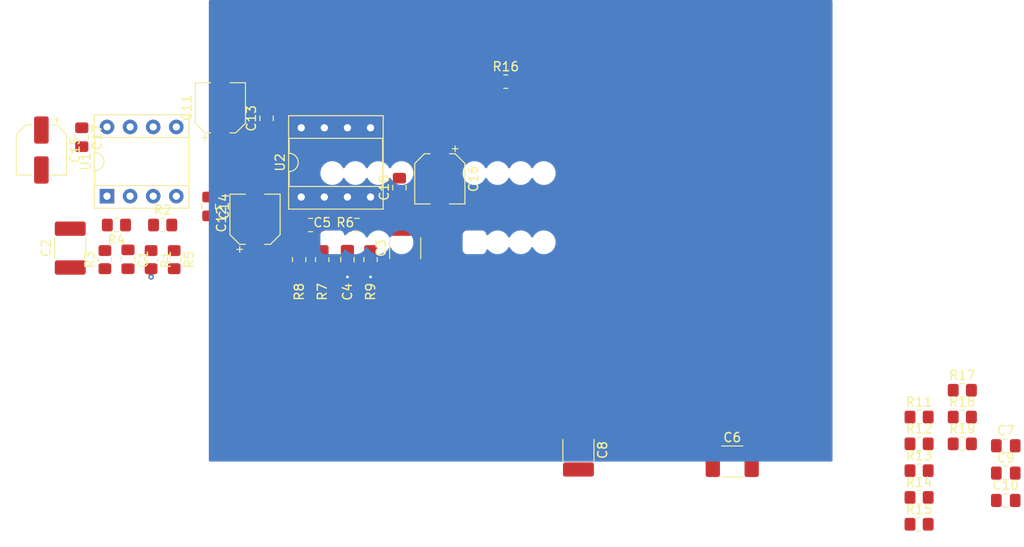
<source format=kicad_pcb>
(kicad_pcb (version 20240108) (generator "pcbnew") (generator_version "8.0")
  (layers (0 "F.Cu" signal) (31 "B.Cu" signal) (34 "B.Paste" user) (35 "F.Paste" user) (36 "B.SilkS" user "B.Silkscreen") (37 "F.SilkS" user "F.Silkscreen") (38 "B.Mask" user) (39 "F.Mask" user) (44 "Edge.Cuts" user))
  (net 0 "")
  (net 1 "GND")
  (net 2 "Net-(U1B--)")
  (net 3 "Net-(U1A--)")
  (net 4 "Net-(U2B-+)")
  (net 5 "Net-(U2A-+)")
  (net 6 "Net-(R6-Pad2)")
  (net 7 "Net-(C4-Pad1)")
  (net 8 "Net-(U1B-+)")
  (net 9 "Net-(U1A-+)")
  (net 10 "Net-(U2A--)")
  (net 11 "Net-(C1-Pad2)")
  (net 12 "Net-(U2B--)")
  (net 13 "Net-(C7-Pad2)")
  (net 14 "Net-(R17-Pad2)")
  (net 15 "Net-(C10-Pad1)")
  (net 16 "+15V")
  (net 17 "-15V")
  (net 18 "Net-(C3-Pad1)")
  (net 19 "Net-(C2-Pad1)")
  (net 20 "Net-(C6-Pad1)")
  (net 21 "Net-(C8-Pad1)")
  (net 22 "/IN_L")
  (net 23 "/IN_R")
  (net 24 "/OUT_L")
  (net 25 "/OUT_R")
  (footprint "Resistor_SMD:R_0805_2012Metric_Pad1.20x1.40mm_HandSolder" (layer "F.Cu") (at 122.22 73.84)
    (property "Reference" "R18" (at 0 -1.65 0) (layer "F.SilkS"))
    (property "Value" "750")
    (fp_line (start -0.227064 -0.735) (end 0.227064 -0.735) (stroke (width 0.12)) (layer "F.SilkS"))
    (fp_line (start -0.227064 0.735) (end 0.227064 0.735) (stroke (width 0.12)) (layer "F.SilkS"))
    (pad "1" smd roundrect (at -1 0) (size 1.2 1.4) (layers "F.Cu" "F.Paste" "F.Mask") (roundrect_rratio 0.208333) (net 14 "Net-(R17-Pad2)"))
    (pad "2" smd roundrect (at 1 0) (size 1.2 1.4) (layers "F.Cu" "F.Paste" "F.Mask") (roundrect_rratio 0.208333) (net 15 "Net-(C10-Pad1)"))
  )
  (footprint "Capacitor_SMD:C_0805_2012Metric_Pad1.18x1.45mm_HandSolder" (layer "F.Cu") (at 45.72 40.9675 90)
    (property "Reference" "C13" (at 0 -1.68 90) (layer "F.SilkS"))
    (property "Value" "100n")
    (fp_line (start -0.261252 -0.735) (end 0.261252 -0.735) (stroke (width 0.12)) (layer "F.SilkS"))
    (fp_line (start -0.261252 0.735) (end 0.261252 0.735) (stroke (width 0.12)) (layer "F.SilkS"))
    (pad "1" smd roundrect (at -1.0375 0 90) (size 1.175 1.45) (layers "F.Cu" "F.Paste" "F.Mask") (roundrect_rratio 0.212766) (net 16 "+15V"))
    (pad "2" smd roundrect (at 1.0375 0 90) (size 1.175 1.45) (layers "F.Cu" "F.Paste" "F.Mask") (roundrect_rratio 0.212766) (net 1 "GND"))
  )
  (footprint "Resistor_SMD:R_0805_2012Metric_Pad1.20x1.40mm_HandSolder" (layer "F.Cu") (at 122.22 76.79)
    (property "Reference" "R19" (at 0 -1.65 0) (layer "F.SilkS"))
    (property "Value" "100k")
    (fp_line (start -0.227064 -0.735) (end 0.227064 -0.735) (stroke (width 0.12)) (layer "F.SilkS"))
    (fp_line (start -0.227064 0.735) (end 0.227064 0.735) (stroke (width 0.12)) (layer "F.SilkS"))
    (pad "1" smd roundrect (at -1 0) (size 1.2 1.4) (layers "F.Cu" "F.Paste" "F.Mask") (roundrect_rratio 0.208333) (net 25 "/OUT_R"))
    (pad "2" smd roundrect (at 1 0) (size 1.2 1.4) (layers "F.Cu" "F.Paste" "F.Mask") (roundrect_rratio 0.208333) (net 1 "GND"))
  )
  (footprint "Capacitor_SMD:C_0805_2012Metric_Pad1.18x1.45mm_HandSolder" (layer "F.Cu") (at 39.37 50.6625 -90)
    (property "Reference" "C14" (at 0 -1.68 90) (layer "F.SilkS"))
    (property "Value" "100n")
    (fp_line (start -0.261252 0.735) (end 0.261252 0.735) (stroke (width 0.12)) (layer "F.SilkS"))
    (fp_line (start -0.261252 -0.735) (end 0.261252 -0.735) (stroke (width 0.12)) (layer "F.SilkS"))
    (pad "1" smd roundrect (at -1.0375 0 270) (size 1.175 1.45) (layers "F.Cu" "F.Paste" "F.Mask") (roundrect_rratio 0.212766) (net 17 "-15V"))
    (pad "2" smd roundrect (at 1.0375 0 270) (size 1.175 1.45) (layers "F.Cu" "F.Paste" "F.Mask") (roundrect_rratio 0.212766) (net 1 "GND"))
  )
  (footprint "Capacitor_SMD:C_0805_2012Metric_Pad1.18x1.45mm_HandSolder" (layer "F.Cu") (at 127 83.02)
    (property "Reference" "C10" (at 0 -1.68 0) (layer "F.SilkS"))
    (property "Value" "1u")
    (fp_line (start -0.261252 -0.735) (end 0.261252 -0.735) (stroke (width 0.12)) (layer "F.SilkS"))
    (fp_line (start -0.261252 0.735) (end 0.261252 0.735) (stroke (width 0.12)) (layer "F.SilkS"))
    (pad "1" smd roundrect (at -1.0375 0) (size 1.175 1.45) (layers "F.Cu" "F.Paste" "F.Mask") (roundrect_rratio 0.212766) (net 15 "Net-(C10-Pad1)"))
    (pad "2" smd roundrect (at 1.0375 0) (size 1.175 1.45) (layers "F.Cu" "F.Paste" "F.Mask") (roundrect_rratio 0.212766) (net 25 "/OUT_R"))
  )
  (footprint "Resistor_SMD:R_0805_2012Metric_Pad1.20x1.40mm_HandSolder" (layer "F.Cu") (at 34.29 52.705)
    (property "Reference" "R2" (at 0 -1.65 0) (layer "F.SilkS"))
    (property "Value" "2k2")
    (fp_line (start -0.227064 -0.735) (end 0.227064 -0.735) (stroke (width 0.12)) (layer "F.SilkS"))
    (fp_line (start -0.227064 0.735) (end 0.227064 0.735) (stroke (width 0.12)) (layer "F.SilkS"))
    (pad "1" smd roundrect (at -1 0) (size 1.2 1.4) (layers "F.Cu" "F.Paste" "F.Mask") (roundrect_rratio 0.208333) (net 9 "Net-(U1A-+)"))
    (pad "2" smd roundrect (at 1 0) (size 1.2 1.4) (layers "F.Cu" "F.Paste" "F.Mask") (roundrect_rratio 0.208333) (net 22 "/IN_L"))
  )
  (footprint "Resistor_SMD:R_0805_2012Metric_Pad1.20x1.40mm_HandSolder" (layer "F.Cu") (at 117.47 82.69)
    (property "Reference" "R14" (at 0 -1.65 0) (layer "F.SilkS"))
    (property "Value" "180k")
    (fp_line (start -0.227064 -0.735) (end 0.227064 -0.735) (stroke (width 0.12)) (layer "F.SilkS"))
    (fp_line (start -0.227064 0.735) (end 0.227064 0.735) (stroke (width 0.12)) (layer "F.SilkS"))
    (pad "1" smd roundrect (at -1 0) (size 1.2 1.4) (layers "F.Cu" "F.Paste" "F.Mask") (roundrect_rratio 0.208333) (net 2 "Net-(U1B--)"))
    (pad "2" smd roundrect (at 1 0) (size 1.2 1.4) (layers "F.Cu" "F.Paste" "F.Mask") (roundrect_rratio 0.208333) (net 4 "Net-(U2B-+)"))
  )
  (footprint "Capacitor_SMD:CP_Elec_5x5.9" (layer "F.Cu") (at 20.955 44.45 -90)
    (property "Reference" "C15" (at 0 -3.7 90) (layer "F.SilkS"))
    (property "Value" "10u")
    (fp_line (start -1.695563 2.76) (end 2.76 2.76) (stroke (width 0.12)) (layer "F.SilkS"))
    (fp_line (start 2.76 2.76) (end 2.76 1.06) (stroke (width 0.12)) (layer "F.SilkS"))
    (fp_line (start -2.76 1.695563) (end -1.695563 2.76) (stroke (width 0.12)) (layer "F.SilkS"))
    (fp_line (start -2.76 1.695563) (end -2.76 1.06) (stroke (width 0.12)) (layer "F.SilkS"))
    (fp_line (start -3.625 -1.685) (end -3 -1.685) (stroke (width 0.12)) (layer "F.SilkS"))
    (fp_line (start -2.76 -1.695563) (end -2.76 -1.06) (stroke (width 0.12)) (layer "F.SilkS"))
    (fp_line (start -2.76 -1.695563) (end -1.695563 -2.76) (stroke (width 0.12)) (layer "F.SilkS"))
    (fp_line (start -3.3125 -1.9975) (end -3.3125 -1.3725) (stroke (width 0.12)) (layer "F.SilkS"))
    (fp_line (start -1.695563 -2.76) (end 2.76 -2.76) (stroke (width 0.12)) (layer "F.SilkS"))
    (fp_line (start 2.76 -2.76) (end 2.76 -1.06) (stroke (width 0.12)) (layer "F.SilkS"))
    (pad "1" smd roundrect (at -2.2 0 270) (size 3 1.6) (layers "F.Cu" "F.Paste" "F.Mask") (roundrect_rratio 0.15625) (net 16 "+15V"))
    (pad "2" smd roundrect (at 2.2 0 270) (size 3 1.6) (layers "F.Cu" "F.Paste" "F.Mask") (roundrect_rratio 0.15625) (net 1 "GND"))
  )
  (footprint "Resistor_SMD:R_0805_2012Metric_Pad1.20x1.40mm_HandSolder" (layer "F.Cu") (at 117.47 76.79)
    (property "Reference" "R12" (at 0 -1.65 0) (layer "F.SilkS"))
    (property "Value" "2k2")
    (fp_line (start -0.227064 -0.735) (end 0.227064 -0.735) (stroke (width 0.12)) (layer "F.SilkS"))
    (fp_line (start -0.227064 0.735) (end 0.227064 0.735) (stroke (width 0.12)) (layer "F.SilkS"))
    (pad "1" smd roundrect (at -1 0) (size 1.2 1.4) (layers "F.Cu" "F.Paste" "F.Mask") (roundrect_rratio 0.208333) (net 8 "Net-(U1B-+)"))
    (pad "2" smd roundrect (at 1 0) (size 1.2 1.4) (layers "F.Cu" "F.Paste" "F.Mask") (roundrect_rratio 0.208333) (net 23 "/IN_R"))
  )
  (footprint "Capacitor_SMD:C_0805_2012Metric_Pad1.18x1.45mm_HandSolder" (layer "F.Cu") (at 55.6475 52.705)
    (property "Reference" "C5" (at -3.81 -0.27 0) (layer "F.SilkS"))
    (property "Value" "1u")
    (fp_line (start -0.261252 -0.735) (end 0.261252 -0.735) (stroke (width 0.12)) (layer "F.SilkS"))
    (fp_line (start -0.261252 0.735) (end 0.261252 0.735) (stroke (width 0.12)) (layer "F.SilkS"))
    (pad "1" smd roundrect (at -1.0375 0) (size 1.175 1.45) (layers "F.Cu" "F.Paste" "F.Mask") (roundrect_rratio 0.212766) (net 7 "Net-(C4-Pad1)"))
    (pad "2" smd roundrect (at 1.0375 0) (size 1.175 1.45) (layers "F.Cu" "F.Paste" "F.Mask") (roundrect_rratio 0.212766) (net 24 "/OUT_L"))
  )
  (footprint "Capacitor_SMD:C_0805_2012Metric_Pad1.18x1.45mm_HandSolder" (layer "F.Cu") (at 25.4 43.0425 -90)
    (property "Reference" "C17" (at 0 -1.68 90) (layer "F.SilkS"))
    (property "Value" "100n")
    (fp_line (start -0.261252 0.735) (end 0.261252 0.735) (stroke (width 0.12)) (layer "F.SilkS"))
    (fp_line (start -0.261252 -0.735) (end 0.261252 -0.735) (stroke (width 0.12)) (layer "F.SilkS"))
    (pad "1" smd roundrect (at -1.0375 0 270) (size 1.175 1.45) (layers "F.Cu" "F.Paste" "F.Mask") (roundrect_rratio 0.212766) (net 16 "+15V"))
    (pad "2" smd roundrect (at 1.0375 0 270) (size 1.175 1.45) (layers "F.Cu" "F.Paste" "F.Mask") (roundrect_rratio 0.212766) (net 1 "GND"))
  )
  (footprint "Capacitor_SMD:C_1812_4532Metric_Pad1.57x3.40mm_HandSolder" (layer "F.Cu") (at 80.01 77.47 -90)
    (property "Reference" "C8" (at 0 -2.65 90) (layer "F.SilkS"))
    (property "Value" "22u")
    (fp_line (start -1.161252 1.71) (end 1.161252 1.71) (stroke (width 0.12)) (layer "F.SilkS"))
    (fp_line (start -1.161252 -1.71) (end 1.161252 -1.71) (stroke (width 0.12)) (layer "F.SilkS"))
    (pad "1" smd roundrect (at -2.1375 0 270) (size 1.575 3.4) (layers "F.Cu" "F.Paste" "F.Mask") (roundrect_rratio 0.15873) (net 21 "Net-(C8-Pad1)"))
    (pad "2" smd roundrect (at 2.1375 0 270) (size 1.575 3.4) (layers "F.Cu" "F.Paste" "F.Mask") (roundrect_rratio 0.15873) (net 1 "GND"))
  )
  (footprint "Resistor_SMD:R_0805_2012Metric_Pad1.20x1.40mm_HandSolder" (layer "F.Cu") (at 49.2975 56.515 -90)
    (property "Reference" "R8" (at 3.54 0 90) (layer "F.SilkS"))
    (property "Value" "750")
    (fp_line (start -0.227064 0.735) (end 0.227064 0.735) (stroke (width 0.12)) (layer "F.SilkS"))
    (fp_line (start -0.227064 -0.735) (end 0.227064 -0.735) (stroke (width 0.12)) (layer "F.SilkS"))
    (pad "1" smd roundrect (at -1 0 270) (size 1.2 1.4) (layers "F.Cu" "F.Paste" "F.Mask") (roundrect_rratio 0.208333) (net 6 "Net-(R6-Pad2)"))
    (pad "2" smd roundrect (at 1 0 270) (size 1.2 1.4) (layers "F.Cu" "F.Paste" "F.Mask") (roundrect_rratio 0.208333) (net 7 "Net-(C4-Pad1)"))
  )
  (footprint "Capacitor_SMD:C_1812_4532Metric_Pad1.57x3.40mm_HandSolder" (layer "F.Cu") (at 96.9225 78.74)
    (property "Reference" "C6" (at 0 -2.65 0) (layer "F.SilkS"))
    (property "Value" "22u")
    (fp_line (start -1.161252 -1.71) (end 1.161252 -1.71) (stroke (width 0.12)) (layer "F.SilkS"))
    (fp_line (start -1.161252 1.71) (end 1.161252 1.71) (stroke (width 0.12)) (layer "F.SilkS"))
    (pad "1" smd roundrect (at -2.1375 0) (size 1.575 3.4) (layers "F.Cu" "F.Paste" "F.Mask") (roundrect_rratio 0.15873) (net 20 "Net-(C6-Pad1)"))
    (pad "2" smd roundrect (at 2.1375 0) (size 1.575 3.4) (layers "F.Cu" "F.Paste" "F.Mask") (roundrect_rratio 0.15873) (net 1 "GND"))
  )
  (footprint "Resistor_SMD:R_0805_2012Metric_Pad1.20x1.40mm_HandSolder" (layer "F.Cu") (at 27.94 56.515 90)
    (property "Reference" "R3" (at 0 -1.65 90) (layer "F.SilkS"))
    (property "Value" "10k")
    (fp_line (start -0.227064 -0.735) (end 0.227064 -0.735) (stroke (width 0.12)) (layer "F.SilkS"))
    (fp_line (start -0.227064 0.735) (end 0.227064 0.735) (stroke (width 0.12)) (layer "F.SilkS"))
    (pad "1" smd roundrect (at -1 0 90) (size 1.2 1.4) (layers "F.Cu" "F.Paste" "F.Mask") (roundrect_rratio 0.208333) (net 11 "Net-(C1-Pad2)"))
    (pad "2" smd roundrect (at 1 0 90) (size 1.2 1.4) (layers "F.Cu" "F.Paste" "F.Mask") (roundrect_rratio 0.208333) (net 5 "Net-(U2A-+)"))
  )
  (footprint "Capacitor_SMD:CP_Elec_5x5.9" (layer "F.Cu") (at 44.45 52.07 90)
    (property "Reference" "C12" (at 0 -3.7 90) (layer "F.SilkS"))
    (property "Value" "10u")
    (fp_line (start 2.76 -2.76) (end 2.76 -1.06) (stroke (width 0.12)) (layer "F.SilkS"))
    (fp_line (start -1.695563 -2.76) (end 2.76 -2.76) (stroke (width 0.12)) (layer "F.SilkS"))
    (fp_line (start -3.3125 -1.9975) (end -3.3125 -1.3725) (stroke (width 0.12)) (layer "F.SilkS"))
    (fp_line (start -2.76 -1.695563) (end -1.695563 -2.76) (stroke (width 0.12)) (layer "F.SilkS"))
    (fp_line (start -2.76 -1.695563) (end -2.76 -1.06) (stroke (width 0.12)) (layer "F.SilkS"))
    (fp_line (start -3.625 -1.685) (end -3 -1.685) (stroke (width 0.12)) (layer "F.SilkS"))
    (fp_line (start -2.76 1.695563) (end -2.76 1.06) (stroke (width 0.12)) (layer "F.SilkS"))
    (fp_line (start -2.76 1.695563) (end -1.695563 2.76) (stroke (width 0.12)) (layer "F.SilkS"))
    (fp_line (start 2.76 2.76) (end 2.76 1.06) (stroke (width 0.12)) (layer "F.SilkS"))
    (fp_line (start -1.695563 2.76) (end 2.76 2.76) (stroke (width 0.12)) (layer "F.SilkS"))
    (pad "1" smd roundrect (at -2.2 0 90) (size 3 1.6) (layers "F.Cu" "F.Paste" "F.Mask") (roundrect_rratio 0.15625) (net 1 "GND"))
    (pad "2" smd roundrect (at 2.2 0 90) (size 3 1.6) (layers "F.Cu" "F.Paste" "F.Mask") (roundrect_rratio 0.15625) (net 17 "-15V"))
  )
  (footprint "Capacitor_SMD:C_0805_2012Metric_Pad1.18x1.45mm_HandSolder" (layer "F.Cu") (at 127 80.01)
    (property "Reference" "C9" (at 0 -1.68 0) (layer "F.SilkS"))
    (property "Value" "100n")
    (fp_line (start -0.261252 -0.735) (end 0.261252 -0.735) (stroke (width 0.12)) (layer "F.SilkS"))
    (fp_line (start -0.261252 0.735) (end 0.261252 0.735) (stroke (width 0.12)) (layer "F.SilkS"))
    (pad "1" smd roundrect (at -1.0375 0) (size 1.175 1.45) (layers "F.Cu" "F.Paste" "F.Mask") (roundrect_rratio 0.212766) (net 15 "Net-(C10-Pad1)"))
    (pad "2" smd roundrect (at 1.0375 0) (size 1.175 1.45) (layers "F.Cu" "F.Paste" "F.Mask") (roundrect_rratio 0.212766) (net 1 "GND"))
  )
  (footprint "Resistor_SMD:R_0805_2012Metric_Pad1.20x1.40mm_HandSolder" (layer "F.Cu") (at 29.21 52.705 180)
    (property "Reference" "R4" (at 0 -1.65 0) (layer "F.SilkS"))
    (property "Value" "180k")
    (fp_line (start -0.227064 0.735) (end 0.227064 0.735) (stroke (width 0.12)) (layer "F.SilkS"))
    (fp_line (start -0.227064 -0.735) (end 0.227064 -0.735) (stroke (width 0.12)) (layer "F.SilkS"))
    (pad "1" smd roundrect (at -1 0 180) (size 1.2 1.4) (layers "F.Cu" "F.Paste" "F.Mask") (roundrect_rratio 0.208333) (net 3 "Net-(U1A--)"))
    (pad "2" smd roundrect (at 1 0 180) (size 1.2 1.4) (layers "F.Cu" "F.Paste" "F.Mask") (roundrect_rratio 0.208333) (net 5 "Net-(U2A-+)"))
  )
  (footprint "Resistor_SMD:R_0805_2012Metric_Pad1.20x1.40mm_HandSolder" (layer "F.Cu") (at 33.02 56.515 -90)
    (property "Reference" "R1" (at 0 -1.65 90) (layer "F.SilkS"))
    (property "Value" "47k")
    (fp_line (start -0.227064 0.735) (end 0.227064 0.735) (stroke (width 0.12)) (layer "F.SilkS"))
    (fp_line (start -0.227064 -0.735) (end 0.227064 -0.735) (stroke (width 0.12)) (layer "F.SilkS"))
    (pad "1" smd roundrect (at -1 0 270) (size 1.2 1.4) (layers "F.Cu" "F.Paste" "F.Mask") (roundrect_rratio 0.208333) (net 22 "/IN_L"))
    (pad "2" smd roundrect (at 1 0 270) (size 1.2 1.4) (layers "F.Cu" "F.Paste" "F.Mask") (roundrect_rratio 0.208333) (net 1 "GND"))
  )
  (footprint "Capacitor_SMD:C_0805_2012Metric_Pad1.18x1.45mm_HandSolder" (layer "F.Cu") (at 60.325 48.5875 90)
    (property "Reference" "C18" (at 0 -1.68 90) (layer "F.SilkS"))
    (property "Value" "100n")
    (fp_line (start -0.261252 -0.735) (end 0.261252 -0.735) (stroke (width 0.12)) (layer "F.SilkS"))
    (fp_line (start -0.261252 0.735) (end 0.261252 0.735) (stroke (width 0.12)) (layer "F.SilkS"))
    (pad "1" smd roundrect (at -1.0375 0 90) (size 1.175 1.45) (layers "F.Cu" "F.Paste" "F.Mask") (roundrect_rratio 0.212766) (net 17 "-15V"))
    (pad "2" smd roundrect (at 1.0375 0 90) (size 1.175 1.45) (layers "F.Cu" "F.Paste" "F.Mask") (roundrect_rratio 0.212766) (net 1 "GND"))
  )
  (footprint "Resistor_SMD:R_0805_2012Metric_Pad1.20x1.40mm_HandSolder" (layer "F.Cu") (at 117.47 85.64)
    (property "Reference" "R15" (at 0 -1.65 0) (layer "F.SilkS"))
    (property "Value" "10k")
    (fp_line (start -0.227064 -0.735) (end 0.227064 -0.735) (stroke (width 0.12)) (layer "F.SilkS"))
    (fp_line (start -0.227064 0.735) (end 0.227064 0.735) (stroke (width 0.12)) (layer "F.SilkS"))
    (pad "1" smd roundrect (at -1 0) (size 1.2 1.4) (layers "F.Cu" "F.Paste" "F.Mask") (roundrect_rratio 0.208333) (net 13 "Net-(C7-Pad2)"))
    (pad "2" smd roundrect (at 1 0) (size 1.2 1.4) (layers "F.Cu" "F.Paste" "F.Mask") (roundrect_rratio 0.208333) (net 4 "Net-(U2B-+)"))
  )
  (footprint "Resistor_SMD:R_0805_2012Metric_Pad1.20x1.40mm_HandSolder" (layer "F.Cu") (at 122.22 70.89)
    (property "Reference" "R17" (at 0 -1.65 0) (layer "F.SilkS"))
    (property "Value" "100k")
    (fp_line (start -0.227064 -0.735) (end 0.227064 -0.735) (stroke (width 0.12)) (layer "F.SilkS"))
    (fp_line (start -0.227064 0.735) (end 0.227064 0.735) (stroke (width 0.12)) (layer "F.SilkS"))
    (pad "1" smd roundrect (at -1 0) (size 1.2 1.4) (layers "F.Cu" "F.Paste" "F.Mask") (roundrect_rratio 0.208333) (net 12 "Net-(U2B--)"))
    (pad "2" smd roundrect (at 1 0) (size 1.2 1.4) (layers "F.Cu" "F.Paste" "F.Mask") (roundrect_rratio 0.208333) (net 14 "Net-(R17-Pad2)"))
  )
  (footprint "Capacitor_SMD:C_1812_4532Metric_Pad1.57x3.40mm_HandSolder" (layer "F.Cu") (at 24.13 55.245 90)
    (property "Reference" "C2" (at 0 -2.65 90) (layer "F.SilkS"))
    (property "Value" "22u")
    (fp_line (start -1.161252 -1.71) (end 1.161252 -1.71) (stroke (width 0.12)) (layer "F.SilkS"))
    (fp_line (start -1.161252 1.71) (end 1.161252 1.71) (stroke (width 0.12)) (layer "F.SilkS"))
    (pad "1" smd roundrect (at -2.1375 0 90) (size 1.575 3.4) (layers "F.Cu" "F.Paste" "F.Mask") (roundrect_rratio 0.15873) (net 19 "Net-(C2-Pad1)"))
    (pad "2" smd roundrect (at 2.1375 0 90) (size 1.575 3.4) (layers "F.Cu" "F.Paste" "F.Mask") (roundrect_rratio 0.15873) (net 1 "GND"))
  )
  (footprint "Package_DIP:DIP-8_W7.62mm_Socket" (layer "F.Cu") (at 28.1725 49.53 90)
    (property "Reference" "U1" (at 3.81 -2.33 90) (layer "F.SilkS"))
    (property "Value" "NE5532")
    (fp_line (start 8.95 -1.39) (end -1.33 -1.39) (stroke (width 0.12)) (layer "F.SilkS"))
    (fp_line (start -1.33 -1.39) (end -1.33 9.01) (stroke (width 0.12)) (layer "F.SilkS"))
    (fp_line (start 6.46 -1.33) (end 4.81 -1.33) (stroke (width 0.12)) (layer "F.SilkS"))
    (fp_line (start 2.81 -1.33) (end 1.16 -1.33) (stroke (width 0.12)) (layer "F.SilkS"))
    (fp_line (start 1.16 -1.33) (end 1.16 8.95) (stroke (width 0.12)) (layer "F.SilkS"))
    (fp_line (start 6.46 8.95) (end 6.46 -1.33) (stroke (width 0.12)) (layer "F.SilkS"))
    (fp_line (start 1.16 8.95) (end 6.46 8.95) (stroke (width 0.12)) (layer "F.SilkS"))
    (fp_line (start 8.95 9.01) (end 8.95 -1.39) (stroke (width 0.12)) (layer "F.SilkS"))
    (fp_line (start -1.33 9.01) (end 8.95 9.01) (stroke (width 0.12)) (layer "F.SilkS"))
    (fp_arc (start 4.81 -1.33) (mid 3.81 -0.33) (end 2.81 -1.33) (stroke (width 0.12)) (layer "F.SilkS"))
    (pad "1" thru_hole rect (at 0 0 90) (size 1.6 1.6) (drill 0.8) (layers "*.Cu" "*.Mask") (net 5 "Net-(U2A-+)"))
    (pad "2" thru_hole oval (at 0 2.54 90) (size 1.6 1.6) (drill 0.8) (layers "*.Cu" "*.Mask") (net 3 "Net-(U1A--)"))
    (pad "3" thru_hole oval (at 0 5.08 90) (size 1.6 1.6) (drill 0.8) (layers "*.Cu" "*.Mask") (net 9 "Net-(U1A-+)"))
    (pad "4" thru_hole oval (at 0 7.62 90) (size 1.6 1.6) (drill 0.8) (layers "*.Cu" "*.Mask") (net 17 "-15V"))
    (pad "5" thru_hole oval (at 7.62 7.62 90) (size 1.6 1.6) (drill 0.8) (layers "*.Cu" "*.Mask") (net 8 "Net-(U1B-+)"))
    (pad "6" thru_hole oval (at 7.62 5.08 90) (size 1.6 1.6) (drill 0.8) (layers "*.Cu" "*.Mask") (net 2 "Net-(U1B--)"))
    (pad "7" thru_hole oval (at 7.62 2.54 90) (size 1.6 1.6) (drill 0.8) (layers "*.Cu" "*.Mask") (net 4 "Net-(U2B-+)"))
    (pad "8" thru_hole oval (at 7.62 0 90) (size 1.6 1.6) (drill 0.8) (layers "*.Cu" "*.Mask") (net 16 "+15V"))
  )
  (footprint "Resistor_SMD:R_0805_2012Metric_Pad1.20x1.40mm_HandSolder" (layer "F.Cu") (at 51.8375 56.515 -90)
    (property "Reference" "R7" (at 3.54 0 90) (layer "F.SilkS"))
    (property "Value" "2k7")
    (fp_line (start -0.227064 0.735) (end 0.227064 0.735) (stroke (width 0.12)) (layer "F.SilkS"))
    (fp_line (start -0.227064 -0.735) (end 0.227064 -0.735) (stroke (width 0.12)) (layer "F.SilkS"))
    (pad "1" smd roundrect (at -1 0 270) (size 1.2 1.4) (layers "F.Cu" "F.Paste" "F.Mask") (roundrect_rratio 0.208333) (net 10 "Net-(U2A--)"))
    (pad "2" smd roundrect (at 1 0 270) (size 1.2 1.4) (layers "F.Cu" "F.Paste" "F.Mask") (roundrect_rratio 0.208333) (net 18 "Net-(C3-Pad1)"))
  )
  (footprint "Capacitor_SMD:C_0805_2012Metric_Pad1.18x1.45mm_HandSolder" (layer "F.Cu") (at 127 77)
    (property "Reference" "C7" (at 0 -1.68 0) (layer "F.SilkS"))
    (property "Value" "22n")
    (fp_line (start -0.261252 -0.735) (end 0.261252 -0.735) (stroke (width 0.12)) (layer "F.SilkS"))
    (fp_line (start -0.261252 0.735) (end 0.261252 0.735) (stroke (width 0.12)) (layer "F.SilkS"))
    (pad "1" smd roundrect (at -1.0375 0) (size 1.175 1.45) (layers "F.Cu" "F.Paste" "F.Mask") (roundrect_rratio 0.212766) (net 2 "Net-(U1B--)"))
    (pad "2" smd roundrect (at 1.0375 0) (size 1.175 1.45) (layers "F.Cu" "F.Paste" "F.Mask") (roundrect_rratio 0.212766) (net 13 "Net-(C7-Pad2)"))
  )
  (footprint "Resistor_SMD:R_0805_2012Metric_Pad1.20x1.40mm_HandSolder" (layer "F.Cu") (at 35.56 56.515 -90)
    (property "Reference" "R5" (at 0 -1.65 90) (layer "F.SilkS"))
    (property "Value" "4k7")
    (fp_line (start -0.227064 0.735) (end 0.227064 0.735) (stroke (width 0.12)) (layer "F.SilkS"))
    (fp_line (start -0.227064 -0.735) (end 0.227064 -0.735) (stroke (width 0.12)) (layer "F.SilkS"))
    (pad "1" smd roundrect (at -1 0 270) (size 1.2 1.4) (layers "F.Cu" "F.Paste" "F.Mask") (roundrect_rratio 0.208333) (net 3 "Net-(U1A--)"))
    (pad "2" smd roundrect (at 1 0 270) (size 1.2 1.4) (layers "F.Cu" "F.Paste" "F.Mask") (roundrect_rratio 0.208333) (net 19 "Net-(C2-Pad1)"))
  )
  (footprint "Capacitor_SMD:C_0805_2012Metric_Pad1.18x1.45mm_HandSolder" (layer "F.Cu") (at 54.61 56.515 -90)
    (property "Reference" "C4" (at 3.54 0 90) (layer "F.SilkS"))
    (property "Value" "100n")
    (fp_line (start -0.261252 0.735) (end 0.261252 0.735) (stroke (width 0.12)) (layer "F.SilkS"))
    (fp_line (start -0.261252 -0.735) (end 0.261252 -0.735) (stroke (width 0.12)) (layer "F.SilkS"))
    (pad "1" smd roundrect (at -1.0375 0 270) (size 1.175 1.45) (layers "F.Cu" "F.Paste" "F.Mask") (roundrect_rratio 0.212766) (net 7 "Net-(C4-Pad1)"))
    (pad "2" smd roundrect (at 1.0375 0 270) (size 1.175 1.45) (layers "F.Cu" "F.Paste" "F.Mask") (roundrect_rratio 0.212766) (net 1 "GND"))
  )
  (footprint "Resistor_SMD:R_0805_2012Metric_Pad1.20x1.40mm_HandSolder" (layer "F.Cu") (at 117.47 73.84)
    (property "Reference" "R11" (at 0 -1.65 0) (layer "F.SilkS"))
    (property "Value" "47k")
    (fp_line (start -0.227064 -0.735) (end 0.227064 -0.735) (stroke (width 0.12)) (layer "F.SilkS"))
    (fp_line (start -0.227064 0.735) (end 0.227064 0.735) (stroke (width 0.12)) (layer "F.SilkS"))
    (pad "1" smd roundrect (at -1 0) (size 1.2 1.4) (layers "F.Cu" "F.Paste" "F.Mask") (roundrect_rratio 0.208333) (net 23 "/IN_R"))
    (pad "2" smd roundrect (at 1 0) (size 1.2 1.4) (layers "F.Cu" "F.Paste" "F.Mask") (roundrect_rratio 0.208333) (net 1 "GND"))
  )
  (footprint "Resistor_SMD:R_0805_2012Metric_Pad1.20x1.40mm_HandSolder" (layer "F.Cu") (at 50.5675 52.705 180)
    (property "Reference" "R6" (at -3.81 0.27 0) (layer "F.SilkS"))
    (property "Value" "100k")
    (fp_line (start -0.227064 0.735) (end 0.227064 0.735) (stroke (width 0.12)) (layer "F.SilkS"))
    (fp_line (start -0.227064 -0.735) (end 0.227064 -0.735) (stroke (width 0.12)) (layer "F.SilkS"))
    (pad "1" smd roundrect (at -1 0 180) (size 1.2 1.4) (layers "F.Cu" "F.Paste" "F.Mask") (roundrect_rratio 0.208333) (net 10 "Net-(U2A--)"))
    (pad "2" smd roundrect (at 1 0 180) (size 1.2 1.4) (layers "F.Cu" "F.Paste" "F.Mask") (roundrect_rratio 0.208333) (net 6 "Net-(R6-Pad2)"))
  )
  (footprint "Resistor_SMD:R_0805_2012Metric_Pad1.20x1.40mm_HandSolder" (layer "F.Cu") (at 57.15 56.515 -90)
    (property "Reference" "R9" (at 3.54 0 90) (layer "F.SilkS"))
    (property "Value" "100k")
    (fp_line (start -0.227064 0.735) (end 0.227064 0.735) (stroke (width 0.12)) (layer "F.SilkS"))
    (fp_line (start -0.227064 -0.735) (end 0.227064 -0.735) (stroke (width 0.12)) (layer "F.SilkS"))
    (pad "1" smd roundrect (at -1 0 270) (size 1.2 1.4) (layers "F.Cu" "F.Paste" "F.Mask") (roundrect_rratio 0.208333) (net 24 "/OUT_L"))
    (pad "2" smd roundrect (at 1 0 270) (size 1.2 1.4) (layers "F.Cu" "F.Paste" "F.Mask") (roundrect_rratio 0.208333) (net 1 "GND"))
  )
  (footprint "Capacitor_SMD:CP_Elec_5x5.9" (layer "F.Cu") (at 64.77 47.625 -90)
    (property "Reference" "C16" (at 0 -3.7 90) (layer "F.SilkS"))
    (property "Value" "10u")
    (fp_line (start -1.695563 2.76) (end 2.76 2.76) (stroke (width 0.12)) (layer "F.SilkS"))
    (fp_line (start 2.76 2.76) (end 2.76 1.06) (stroke (width 0.12)) (layer "F.SilkS"))
    (fp_line (start -2.76 1.695563) (end -1.695563 2.76) (stroke (width 0.12)) (layer "F.SilkS"))
    (fp_line (start -2.76 1.695563) (end -2.76 1.06) (stroke (width 0.12)) (layer "F.SilkS"))
    (fp_line (start -3.625 -1.685) (end -3 -1.685) (stroke (width 0.12)) (layer "F.SilkS"))
    (fp_line (start -2.76 -1.695563) (end -2.76 -1.06) (stroke (width 0.12)) (layer "F.SilkS"))
    (fp_line (start -2.76 -1.695563) (end -1.695563 -2.76) (stroke (width 0.12)) (layer "F.SilkS"))
    (fp_line (start -3.3125 -1.9975) (end -3.3125 -1.3725) (stroke (width 0.12)) (layer "F.SilkS"))
    (fp_line (start -1.695563 -2.76) (end 2.76 -2.76) (stroke (width 0.12)) (layer "F.SilkS"))
    (fp_line (start 2.76 -2.76) (end 2.76 -1.06) (stroke (width 0.12)) (layer "F.SilkS"))
    (pad "1" smd roundrect (at -2.2 0 270) (size 3 1.6) (layers "F.Cu" "F.Paste" "F.Mask") (roundrect_rratio 0.15625) (net 1 "GND"))
    (pad "2" smd roundrect (at 2.2 0 270) (size 3 1.6) (layers "F.Cu" "F.Paste" "F.Mask") (roundrect_rratio 0.15625) (net 17 "-15V"))
  )
  (footprint "Capacitor_SMD:CP_Elec_5x5.9" (layer "F.Cu") (at 40.64 39.805 90)
    (property "Reference" "C11" (at 0 -3.7 90) (layer "F.SilkS"))
    (property "Value" "10u")
    (fp_line (start 2.76 -2.76) (end 2.76 -1.06) (stroke (width 0.12)) (layer "F.SilkS"))
    (fp_line (start -1.695563 -2.76) (end 2.76 -2.76) (stroke (width 0.12)) (layer "F.SilkS"))
    (fp_line (start -3.3125 -1.9975) (end -3.3125 -1.3725) (stroke (width 0.12)) (layer "F.SilkS"))
    (fp_line (start -2.76 -1.695563) (end -1.695563 -2.76) (stroke (width 0.12)) (layer "F.SilkS"))
    (fp_line (start -2.76 -1.695563) (end -2.76 -1.06) (stroke (width 0.12)) (layer "F.SilkS"))
    (fp_line (start -3.625 -1.685) (end -3 -1.685) (stroke (width 0.12)) (layer "F.SilkS"))
    (fp_line (start -2.76 1.695563) (end -2.76 1.06) (stroke (width 0.12)) (layer "F.SilkS"))
    (fp_line (start -2.76 1.695563) (end -1.695563 2.76) (stroke (width 0.12)) (layer "F.SilkS"))
    (fp_line (start 2.76 2.76) (end 2.76 1.06) (stroke (width 0.12)) (layer "F.SilkS"))
    (fp_line (start -1.695563 2.76) (end 2.76 2.76) (stroke (width 0.12)) (layer "F.SilkS"))
    (pad "1" smd roundrect (at -2.2 0 90) (size 3 1.6) (layers "F.Cu" "F.Paste" "F.Mask") (roundrect_rratio 0.15625) (net 16 "+15V"))
    (pad "2" smd roundrect (at 2.2 0 90) (size 3 1.6) (layers "F.Cu" "F.Paste" "F.Mask") (roundrect_rratio 0.15625) (net 1 "GND"))
  )
  (footprint "Capacitor_SMD:C_1812_4532Metric_Pad1.57x3.40mm_HandSolder" (layer "F.Cu") (at 60.96 55.245 90)
    (property "Reference" "C3" (at 0 -2.65 90) (layer "F.SilkS"))
    (property "Value" "22u")
    (fp_line (start -1.161252 -1.71) (end 1.161252 -1.71) (stroke (width 0.12)) (layer "F.SilkS"))
    (fp_line (start -1.161252 1.71) (end 1.161252 1.71) (stroke (width 0.12)) (layer "F.SilkS"))
    (pad "1" smd roundrect (at -2.1375 0 90) (size 1.575 3.4) (layers "F.Cu" "F.Paste" "F.Mask") (roundrect_rratio 0.15873) (net 18 "Net-(C3-Pad1)"))
    (pad "2" smd roundrect (at 2.1375 0 90) (size 1.575 3.4) (layers "F.Cu" "F.Paste" "F.Mask") (roundrect_rratio 0.15873) (net 1 "GND"))
  )
  (footprint "Package_DIP:DIP-8_W7.62mm_Socket" (layer "F.Cu") (at 49.53 49.625 90)
    (property "Reference" "U2" (at 3.81 -2.33 90) (layer "F.SilkS"))
    (property "Value" "NE5532")
    (fp_line (start 8.95 -1.39) (end -1.33 -1.39) (stroke (width 0.12)) (layer "F.SilkS"))
    (fp_line (start -1.33 -1.39) (end -1.33 9.01) (stroke (width 0.12)) (layer "F.SilkS"))
    (fp_line (start 6.46 -1.33) (end 4.81 -1.33) (stroke (width 0.12)) (layer "F.SilkS"))
    (fp_line (start 2.81 -1.33) (end 1.16 -1.33) (stroke (width 0.12)) (layer "F.SilkS"))
    (fp_line (start 1.16 -1.33) (end 1.16 8.95) (stroke (width 0.12)) (layer "F.SilkS"))
    (fp_line (start 6.46 8.95) (end 6.46 -1.33) (stroke (width 0.12)) (layer "F.SilkS"))
    (fp_line (start 1.16 8.95) (end 6.46 8.95) (stroke (width 0.12)) (layer "F.SilkS"))
    (fp_line (start 8.95 9.01) (end 8.95 -1.39) (stroke (width 0.12)) (layer "F.SilkS"))
    (fp_line (start -1.33 9.01) (end 8.95 9.01) (stroke (width 0.12)) (layer "F.SilkS"))
    (fp_arc (start 4.81 -1.33) (mid 3.81 -0.33) (end 2.81 -1.33) (stroke (width 0.12)) (layer "F.SilkS"))
    (pad "1" thru_hole rect (at 0 0 90) (size 1.6 1.6) (drill 0.8) (layers "*.Cu" "*.Mask") (net 6 "Net-(R6-Pad2)"))
    (pad "2" thru_hole oval (at 0 2.54 90) (size 1.6 1.6) (drill 0.8) (layers "*.Cu" "*.Mask") (net 10 "Net-(U2A--)"))
    (pad "3" thru_hole oval (at 0 5.08 90) (size 1.6 1.6) (drill 0.8) (layers "*.Cu" "*.Mask") (net 5 "Net-(U2A-+)"))
    (pad "4" thru_hole oval (at 0 7.62 90) (size 1.6 1.6) (drill 0.8) (layers "*.Cu" "*.Mask") (net 17 "-15V"))
    (pad "5" thru_hole oval (at 7.62 7.62 90) (size 1.6 1.6) (drill 0.8) (layers "*.Cu" "*.Mask") (net 4 "Net-(U2B-+)"))
    (pad "6" thru_hole oval (at 7.62 5.08 90) (size 1.6 1.6) (drill 0.8) (layers "*.Cu" "*.Mask") (net 12 "Net-(U2B--)"))
    (pad "7" thru_hole oval (at 7.62 2.54 90) (size 1.6 1.6) (drill 0.8) (layers "*.Cu" "*.Mask") (net 14 "Net-(R17-Pad2)"))
    (pad "8" thru_hole oval (at 7.62 0 90) (size 1.6 1.6) (drill 0.8) (layers "*.Cu" "*.Mask") (net 16 "+15V"))
  )
  (footprint "Capacitor_SMD:C_0805_2012Metric_Pad1.18x1.45mm_HandSolder" (layer "F.Cu") (at 30.48 56.4775 -90)
    (property "Reference" "C1" (at 0 -1.68 90) (layer "F.SilkS"))
    (property "Value" "22n")
    (fp_line (start -0.261252 0.735) (end 0.261252 0.735) (stroke (width 0.12)) (layer "F.SilkS"))
    (fp_line (start -0.261252 -0.735) (end 0.261252 -0.735) (stroke (width 0.12)) (layer "F.SilkS"))
    (pad "1" smd roundrect (at -1.0375 0 270) (size 1.175 1.45) (layers "F.Cu" "F.Paste" "F.Mask") (roundrect_rratio 0.212766) (net 3 "Net-(U1A--)"))
    (pad "2" smd roundrect (at 1.0375 0 270) (size 1.175 1.45) (layers "F.Cu" "F.Paste" "F.Mask") (roundrect_rratio 0.212766) (net 11 "Net-(C1-Pad2)"))
  )
  (footprint "Resistor_SMD:R_0805_2012Metric_Pad1.20x1.40mm_HandSolder" (layer "F.Cu") (at 117.47 79.74)
    (property "Reference" "R13" (at 0 -1.65 0) (layer "F.SilkS"))
    (property "Value" "4k7")
    (fp_line (start -0.227064 -0.735) (end 0.227064 -0.735) (stroke (width 0.12)) (layer "F.SilkS"))
    (fp_line (start -0.227064 0.735) (end 0.227064 0.735) (stroke (width 0.12)) (layer "F.SilkS"))
    (pad "1" smd roundrect (at -1 0) (size 1.2 1.4) (layers "F.Cu" "F.Paste" "F.Mask") (roundrect_rratio 0.208333) (net 2 "Net-(U1B--)"))
    (pad "2" smd roundrect (at 1 0) (size 1.2 1.4) (layers "F.Cu" "F.Paste" "F.Mask") (roundrect_rratio 0.208333) (net 20 "Net-(C6-Pad1)"))
  )
  (footprint "Resistor_SMD:R_0805_2012Metric_Pad1.20x1.40mm_HandSolder" (layer "F.Cu") (at 72.025 36.925)
    (property "Reference" "R16" (at 0 -1.65 0) (layer "F.SilkS"))
    (property "Value" "2k7")
    (fp_line (start -0.227064 -0.735) (end 0.227064 -0.735) (stroke (width 0.12)) (layer "F.SilkS"))
    (fp_line (start -0.227064 0.735) (end 0.227064 0.735) (stroke (width 0.12)) (layer "F.SilkS"))
    (pad "1" smd roundrect (at -1 0) (size 1.2 1.4) (layers "F.Cu" "F.Paste" "F.Mask") (roundrect_rratio 0.208333) (net 12 "Net-(U2B--)"))
    (pad "2" smd roundrect (at 1 0) (size 1.2 1.4) (layers "F.Cu" "F.Paste" "F.Mask") (roundrect_rratio 0.208333) (net 21 "Net-(C8-Pad1)"))
  )
  (segment (start 33.02 57.785) (end 33.02 58.42) (width 0.5) (layer "F.Cu") (net 1))
  (segment (start 54.61 57.8225) (end 54.61 58.42) (width 0.5) (layer "F.Cu") (net 1))
  (segment (start 57.15 57.785) (end 57.15 58.42) (width 0.5) (layer "F.Cu") (net 1))
  (via (at 33.02 58.42) (size 0.6) (drill 0.3) (layers "F.Cu" "B.Cu") (net 1))
  (via (at 54.61 58.42) (size 0.6) (drill 0.3) (layers "F.Cu" "B.Cu") (net 1))
  (via (at 57.15 58.42) (size 0.6) (drill 0.3) (layers "F.Cu" "B.Cu") (net 1))
  (segment (start 30.48 52.705) (end 30.48 52.34) (width 0.2) (layer "F.Cu") (net 3))
  (segment (start 30.48 52.34) (end 30.4425 52.3025) (width 0.2) (layer "F.Cu") (net 3))
  (zone (net 1) (net_name "GND") (layer "B.Cu") (connect_pads (clearance 0.5)) (min_thickness 0.25) (fill yes (thermal_gap 0.5) (thermal_bridge_width 0.5))
    (polygon (pts (xy 107.95 27.94) (xy 107.95 78.74) (xy 39.37 78.74) (xy 39.37 27.94)))
  )
)
</source>
